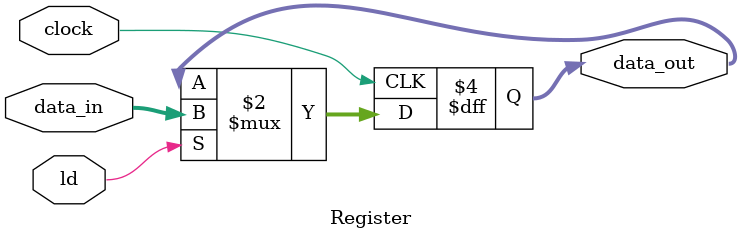
<source format=v>
`timescale 1ns/1ns
module Register(clock, ld, data_in, data_out);

input            clock;
input            ld;
input      [9:0] data_in;
output  reg [9:0] data_out;

always @(posedge clock)
begin
	if(ld)
		data_out<= data_in;
end

endmodule

</source>
